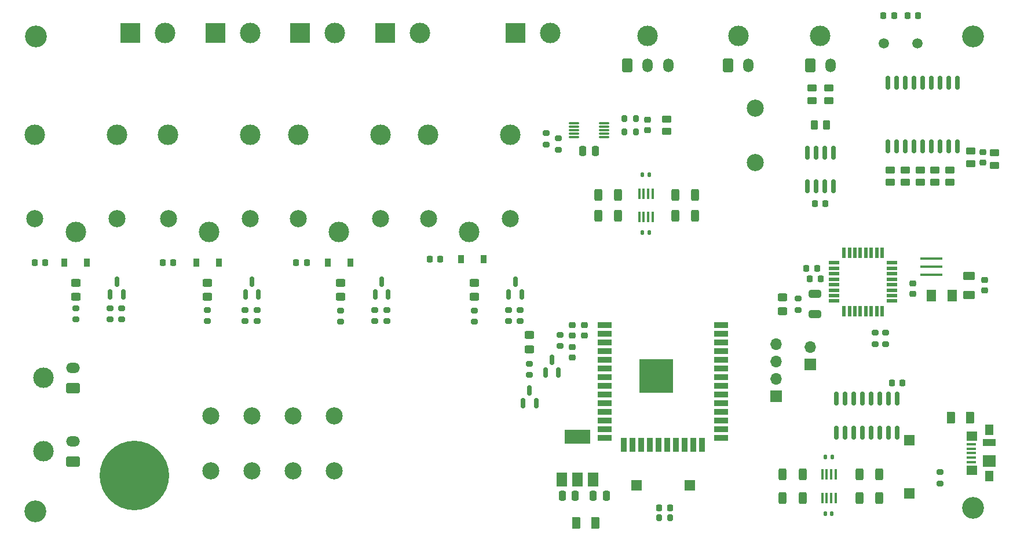
<source format=gbr>
%TF.GenerationSoftware,KiCad,Pcbnew,(6.0.1)*%
%TF.CreationDate,2022-05-13T18:05:17+02:00*%
%TF.ProjectId,RV_main_pcb_ESP32,52565f6d-6169-46e5-9f70-63625f455350,rev?*%
%TF.SameCoordinates,PX3d58588PY82b3790*%
%TF.FileFunction,Soldermask,Top*%
%TF.FilePolarity,Negative*%
%FSLAX46Y46*%
G04 Gerber Fmt 4.6, Leading zero omitted, Abs format (unit mm)*
G04 Created by KiCad (PCBNEW (6.0.1)) date 2022-05-13 18:05:17*
%MOMM*%
%LPD*%
G01*
G04 APERTURE LIST*
G04 Aperture macros list*
%AMRoundRect*
0 Rectangle with rounded corners*
0 $1 Rounding radius*
0 $2 $3 $4 $5 $6 $7 $8 $9 X,Y pos of 4 corners*
0 Add a 4 corners polygon primitive as box body*
4,1,4,$2,$3,$4,$5,$6,$7,$8,$9,$2,$3,0*
0 Add four circle primitives for the rounded corners*
1,1,$1+$1,$2,$3*
1,1,$1+$1,$4,$5*
1,1,$1+$1,$6,$7*
1,1,$1+$1,$8,$9*
0 Add four rect primitives between the rounded corners*
20,1,$1+$1,$2,$3,$4,$5,0*
20,1,$1+$1,$4,$5,$6,$7,0*
20,1,$1+$1,$6,$7,$8,$9,0*
20,1,$1+$1,$8,$9,$2,$3,0*%
G04 Aperture macros list end*
%ADD10C,3.200000*%
%ADD11RoundRect,0.225000X0.225000X0.250000X-0.225000X0.250000X-0.225000X-0.250000X0.225000X-0.250000X0*%
%ADD12RoundRect,0.250000X0.450000X-0.262500X0.450000X0.262500X-0.450000X0.262500X-0.450000X-0.262500X0*%
%ADD13C,2.500000*%
%ADD14RoundRect,0.250001X-0.462499X-0.624999X0.462499X-0.624999X0.462499X0.624999X-0.462499X0.624999X0*%
%ADD15R,0.900000X1.200000*%
%ADD16RoundRect,0.200000X0.275000X-0.200000X0.275000X0.200000X-0.275000X0.200000X-0.275000X-0.200000X0*%
%ADD17RoundRect,0.250000X-0.312500X-0.625000X0.312500X-0.625000X0.312500X0.625000X-0.312500X0.625000X0*%
%ADD18O,1.500000X2.020000*%
%ADD19RoundRect,0.250001X-0.499999X-0.759999X0.499999X-0.759999X0.499999X0.759999X-0.499999X0.759999X0*%
%ADD20C,3.000000*%
%ADD21RoundRect,0.140000X0.140000X0.170000X-0.140000X0.170000X-0.140000X-0.170000X0.140000X-0.170000X0*%
%ADD22RoundRect,0.250000X-0.625000X0.375000X-0.625000X-0.375000X0.625000X-0.375000X0.625000X0.375000X0*%
%ADD23RoundRect,0.250000X-0.450000X0.325000X-0.450000X-0.325000X0.450000X-0.325000X0.450000X0.325000X0*%
%ADD24RoundRect,0.225000X-0.225000X-0.250000X0.225000X-0.250000X0.225000X0.250000X-0.225000X0.250000X0*%
%ADD25RoundRect,0.200000X0.200000X0.275000X-0.200000X0.275000X-0.200000X-0.275000X0.200000X-0.275000X0*%
%ADD26RoundRect,0.150000X-0.150000X0.875000X-0.150000X-0.875000X0.150000X-0.875000X0.150000X0.875000X0*%
%ADD27RoundRect,0.250000X-0.450000X0.262500X-0.450000X-0.262500X0.450000X-0.262500X0.450000X0.262500X0*%
%ADD28RoundRect,0.150000X0.150000X-0.825000X0.150000X0.825000X-0.150000X0.825000X-0.150000X-0.825000X0*%
%ADD29RoundRect,0.250000X-0.250000X-0.475000X0.250000X-0.475000X0.250000X0.475000X-0.250000X0.475000X0*%
%ADD30RoundRect,0.150000X0.150000X-0.587500X0.150000X0.587500X-0.150000X0.587500X-0.150000X-0.587500X0*%
%ADD31RoundRect,0.200000X-0.275000X0.200000X-0.275000X-0.200000X0.275000X-0.200000X0.275000X0.200000X0*%
%ADD32R,1.700000X1.700000*%
%ADD33O,1.700000X1.700000*%
%ADD34R,0.550000X1.600000*%
%ADD35R,1.600000X0.550000*%
%ADD36RoundRect,0.200000X-0.200000X-0.275000X0.200000X-0.275000X0.200000X0.275000X-0.200000X0.275000X0*%
%ADD37R,0.300000X1.600000*%
%ADD38R,3.000000X3.000000*%
%ADD39RoundRect,0.225000X0.250000X-0.225000X0.250000X0.225000X-0.250000X0.225000X-0.250000X-0.225000X0*%
%ADD40RoundRect,0.250000X0.250000X0.475000X-0.250000X0.475000X-0.250000X-0.475000X0.250000X-0.475000X0*%
%ADD41R,1.500000X1.500000*%
%ADD42RoundRect,0.225000X-0.250000X0.225000X-0.250000X-0.225000X0.250000X-0.225000X0.250000X0.225000X0*%
%ADD43RoundRect,0.250000X-0.375000X-0.625000X0.375000X-0.625000X0.375000X0.625000X-0.375000X0.625000X0*%
%ADD44RoundRect,0.075000X-0.650000X-0.075000X0.650000X-0.075000X0.650000X0.075000X-0.650000X0.075000X0*%
%ADD45R,1.380000X0.450000*%
%ADD46R,1.550000X1.425000*%
%ADD47R,1.900000X1.000000*%
%ADD48R,1.300000X1.650000*%
%ADD49R,1.900000X1.800000*%
%ADD50R,2.000000X0.900000*%
%ADD51R,0.900000X2.000000*%
%ADD52R,5.000000X5.000000*%
%ADD53RoundRect,0.250000X0.262500X0.450000X-0.262500X0.450000X-0.262500X-0.450000X0.262500X-0.450000X0*%
%ADD54RoundRect,0.250000X-0.650000X0.325000X-0.650000X-0.325000X0.650000X-0.325000X0.650000X0.325000X0*%
%ADD55C,10.160000*%
%ADD56RoundRect,0.250001X0.759999X-0.499999X0.759999X0.499999X-0.759999X0.499999X-0.759999X-0.499999X0*%
%ADD57O,2.020000X1.500000*%
%ADD58C,1.500000*%
%ADD59RoundRect,0.250000X0.450000X-0.325000X0.450000X0.325000X-0.450000X0.325000X-0.450000X-0.325000X0*%
%ADD60R,3.200000X0.400000*%
%ADD61R,1.500000X2.000000*%
%ADD62R,3.800000X2.000000*%
G04 APERTURE END LIST*
D10*
%TO.C,H7*%
X3925000Y3550000D03*
%TD*%
D11*
%TO.C,C18*%
X130700000Y22300000D03*
X129150000Y22300000D03*
%TD*%
D12*
%TO.C,R17*%
X119925000Y63637500D03*
X119925000Y65462500D03*
%TD*%
D13*
%TO.C,F7*%
X35575000Y17450000D03*
X35575000Y9450000D03*
%TD*%
D14*
%TO.C,D3*%
X137912500Y35100000D03*
X134937500Y35100000D03*
%TD*%
D15*
%TO.C,D4*%
X46675000Y39950000D03*
X49975000Y39950000D03*
%TD*%
D16*
%TO.C,R18*%
X53575000Y31375000D03*
X53575000Y33025000D03*
%TD*%
D12*
%TO.C,R7*%
X96175000Y59137500D03*
X96175000Y60962500D03*
%TD*%
D17*
%TO.C,R35*%
X97462500Y49800000D03*
X100387500Y49800000D03*
%TD*%
D13*
%TO.C,F1*%
X109175000Y62550000D03*
X109175000Y54550000D03*
%TD*%
D18*
%TO.C,J2*%
X96425000Y68830000D03*
X93425000Y68830000D03*
D19*
X90425000Y68830000D03*
D20*
X93425000Y73150000D03*
%TD*%
D21*
%TO.C,C24*%
X93655000Y52800000D03*
X92695000Y52800000D03*
%TD*%
D20*
%TO.C,K1*%
X29325000Y44450000D03*
D13*
X35375000Y46400000D03*
D20*
X35375000Y58600000D03*
X23325000Y58650000D03*
D13*
X23375000Y46400000D03*
%TD*%
D21*
%TO.C,C25*%
X92695000Y44300000D03*
X93655000Y44300000D03*
%TD*%
D16*
%TO.C,R20*%
X74825000Y31375000D03*
X74825000Y33025000D03*
%TD*%
D11*
%TO.C,C28*%
X5350000Y39950000D03*
X3800000Y39950000D03*
%TD*%
D22*
%TO.C,F6*%
X140425000Y38000000D03*
X140425000Y35200000D03*
%TD*%
D23*
%TO.C,D5*%
X68075000Y36975000D03*
X68075000Y34925000D03*
%TD*%
D24*
%TO.C,C13*%
X117150000Y37600000D03*
X118700000Y37600000D03*
%TD*%
D25*
%TO.C,R8*%
X91700000Y61050000D03*
X90050000Y61050000D03*
%TD*%
D26*
%TO.C,U3*%
X138755000Y66250000D03*
X137485000Y66250000D03*
X136215000Y66250000D03*
X134945000Y66250000D03*
X133675000Y66250000D03*
X132405000Y66250000D03*
X131135000Y66250000D03*
X129865000Y66250000D03*
X128595000Y66250000D03*
X128595000Y56950000D03*
X129865000Y56950000D03*
X131135000Y56950000D03*
X132405000Y56950000D03*
X133675000Y56950000D03*
X134945000Y56950000D03*
X136215000Y56950000D03*
X137485000Y56950000D03*
X138755000Y56950000D03*
%TD*%
D20*
%TO.C,J1*%
X106675000Y73150000D03*
D19*
X105175000Y68830000D03*
D18*
X108175000Y68830000D03*
%TD*%
D27*
%TO.C,R6*%
X128925000Y53512500D03*
X128925000Y51687500D03*
%TD*%
D13*
%TO.C,F4*%
X41575000Y17450000D03*
X41575000Y9450000D03*
%TD*%
D28*
%TO.C,U7*%
X120980000Y20025000D03*
X122250000Y20025000D03*
X123520000Y20025000D03*
X124790000Y20025000D03*
X126060000Y20025000D03*
X127330000Y20025000D03*
X128600000Y20025000D03*
X129870000Y20025000D03*
X129870000Y15075000D03*
X128600000Y15075000D03*
X127330000Y15075000D03*
X126060000Y15075000D03*
X124790000Y15075000D03*
X123520000Y15075000D03*
X122250000Y15075000D03*
X120980000Y15075000D03*
%TD*%
D29*
%TO.C,C1*%
X85475000Y5800000D03*
X87375000Y5800000D03*
%TD*%
D12*
%TO.C,R16*%
X117425000Y63637500D03*
X117425000Y65462500D03*
%TD*%
D30*
%TO.C,Q2*%
X53625000Y35262500D03*
X55525000Y35262500D03*
X54575000Y37137500D03*
%TD*%
D11*
%TO.C,C22*%
X96700000Y4045000D03*
X95150000Y4045000D03*
%TD*%
D30*
%TO.C,Q1*%
X75225000Y19357500D03*
X77125000Y19357500D03*
X76175000Y21232500D03*
%TD*%
D13*
%TO.C,F8*%
X29575000Y17450000D03*
X29575000Y9450000D03*
%TD*%
D31*
%TO.C,R19*%
X126675000Y29675000D03*
X126675000Y28025000D03*
%TD*%
D24*
%TO.C,C7*%
X131400000Y76050000D03*
X132950000Y76050000D03*
%TD*%
D32*
%TO.C,JP1*%
X117175000Y25025000D03*
D33*
X117175000Y27565000D03*
%TD*%
D10*
%TO.C,H5*%
X4000000Y73000000D03*
%TD*%
D12*
%TO.C,R3*%
X135437499Y51687500D03*
X135437499Y53512500D03*
%TD*%
D34*
%TO.C,U6*%
X127725000Y32850000D03*
X126925000Y32850000D03*
X126125000Y32850000D03*
X125325000Y32850000D03*
X124525000Y32850000D03*
X123725000Y32850000D03*
X122925000Y32850000D03*
X122125000Y32850000D03*
D35*
X120675000Y34300000D03*
X120675000Y35100000D03*
X120675000Y35900000D03*
X120675000Y36700000D03*
X120675000Y37500000D03*
X120675000Y38300000D03*
X120675000Y39100000D03*
X120675000Y39900000D03*
D34*
X122125000Y41350000D03*
X122925000Y41350000D03*
X123725000Y41350000D03*
X124525000Y41350000D03*
X125325000Y41350000D03*
X126125000Y41350000D03*
X126925000Y41350000D03*
X127725000Y41350000D03*
D35*
X129175000Y39900000D03*
X129175000Y39100000D03*
X129175000Y38300000D03*
X129175000Y37500000D03*
X129175000Y36700000D03*
X129175000Y35900000D03*
X129175000Y35100000D03*
X129175000Y34300000D03*
%TD*%
D32*
%TO.C,J11*%
X112175000Y20400000D03*
D33*
X112175000Y22940000D03*
X112175000Y25480000D03*
X112175000Y28020000D03*
%TD*%
D36*
%TO.C,R9*%
X90050000Y59050000D03*
X91700000Y59050000D03*
%TD*%
D17*
%TO.C,R32*%
X86212500Y46800000D03*
X89137500Y46800000D03*
%TD*%
D13*
%TO.C,F5*%
X47575000Y17450000D03*
X47575000Y9450000D03*
%TD*%
D21*
%TO.C,C26*%
X120405000Y11450000D03*
X119445000Y11450000D03*
%TD*%
D17*
%TO.C,R36*%
X113142500Y5450000D03*
X116067500Y5450000D03*
%TD*%
D11*
%TO.C,C8*%
X129450000Y76050000D03*
X127900000Y76050000D03*
%TD*%
D37*
%TO.C,U9*%
X94150000Y46600000D03*
X93500000Y46600000D03*
X92850000Y46600000D03*
X92200000Y46600000D03*
X92200000Y50000000D03*
X92850000Y50000000D03*
X93500000Y50000000D03*
X94150000Y50000000D03*
%TD*%
D38*
%TO.C,J9*%
X42635000Y73550000D03*
D20*
X47715000Y73550000D03*
%TD*%
D15*
%TO.C,D6*%
X66175000Y40450000D03*
X69475000Y40450000D03*
%TD*%
D17*
%TO.C,R34*%
X97462500Y46800000D03*
X100387500Y46800000D03*
%TD*%
D39*
%TO.C,C5*%
X93425000Y59275000D03*
X93425000Y60825000D03*
%TD*%
D20*
%TO.C,K3*%
X67325000Y44450000D03*
D13*
X73375000Y46400000D03*
D20*
X73375000Y58600000D03*
X61325000Y58650000D03*
D13*
X61375000Y46400000D03*
%TD*%
D16*
%TO.C,R13*%
X48575000Y31280000D03*
X48575000Y32930000D03*
%TD*%
D25*
%TO.C,R28*%
X96750000Y2550000D03*
X95100000Y2550000D03*
%TD*%
D40*
%TO.C,C6*%
X85825000Y56300000D03*
X83925000Y56300000D03*
%TD*%
D12*
%TO.C,R5*%
X131095833Y51687500D03*
X131095833Y53512500D03*
%TD*%
D28*
%TO.C,U5*%
X116770000Y51075000D03*
X118040000Y51075000D03*
X119310000Y51075000D03*
X120580000Y51075000D03*
X120580000Y56025000D03*
X119310000Y56025000D03*
X118040000Y56025000D03*
X116770000Y56025000D03*
%TD*%
D11*
%TO.C,C12*%
X119450000Y48550000D03*
X117900000Y48550000D03*
%TD*%
D16*
%TO.C,R25*%
X136175000Y9275000D03*
X136175000Y7625000D03*
%TD*%
D41*
%TO.C,SW1*%
X131675000Y13950000D03*
X131675000Y6150000D03*
%TD*%
D16*
%TO.C,R40*%
X16575000Y31625000D03*
X16575000Y33275000D03*
%TD*%
%TO.C,R22*%
X68075000Y31280000D03*
X68075000Y32930000D03*
%TD*%
%TO.C,R42*%
X14825000Y31625000D03*
X14825000Y33275000D03*
%TD*%
D11*
%TO.C,C10*%
X43600000Y39950000D03*
X42050000Y39950000D03*
%TD*%
%TO.C,C23*%
X24100000Y39950000D03*
X22550000Y39950000D03*
%TD*%
D39*
%TO.C,C20*%
X82425000Y29270000D03*
X82425000Y30820000D03*
%TD*%
D23*
%TO.C,D2*%
X48575000Y36975000D03*
X48575000Y34925000D03*
%TD*%
%TO.C,D10*%
X9825000Y36975000D03*
X9825000Y34925000D03*
%TD*%
D16*
%TO.C,R23*%
X73075000Y31375000D03*
X73075000Y33025000D03*
%TD*%
%TO.C,R31*%
X34575000Y31375000D03*
X34575000Y33025000D03*
%TD*%
D42*
%TO.C,C15*%
X132175000Y35325000D03*
X132175000Y36875000D03*
%TD*%
D21*
%TO.C,C27*%
X119375000Y3200000D03*
X120335000Y3200000D03*
%TD*%
D39*
%TO.C,C17*%
X142675000Y35825000D03*
X142675000Y37375000D03*
%TD*%
D30*
%TO.C,Q5*%
X34625000Y35262500D03*
X36525000Y35262500D03*
X35575000Y37137500D03*
%TD*%
D11*
%TO.C,C11*%
X63125000Y40450000D03*
X61575000Y40450000D03*
%TD*%
D31*
%TO.C,R21*%
X128175000Y29675000D03*
X128175000Y28025000D03*
%TD*%
D37*
%TO.C,U10*%
X120900000Y5500000D03*
X120250000Y5500000D03*
X119600000Y5500000D03*
X118950000Y5500000D03*
X118950000Y8900000D03*
X119600000Y8900000D03*
X120250000Y8900000D03*
X120900000Y8900000D03*
%TD*%
D38*
%TO.C,J7*%
X55051668Y73550000D03*
D20*
X60131668Y73550000D03*
%TD*%
D43*
%TO.C,F2*%
X140575000Y17250000D03*
X137775000Y17250000D03*
%TD*%
D44*
%TO.C,U4*%
X82675000Y60300000D03*
X82675000Y59800000D03*
X82675000Y59300000D03*
X82675000Y58800000D03*
X82675000Y58300000D03*
X87075000Y58300000D03*
X87075000Y58800000D03*
X87075000Y59300000D03*
X87075000Y59800000D03*
X87075000Y60300000D03*
%TD*%
D12*
%TO.C,R14*%
X140675000Y54437500D03*
X140675000Y56262500D03*
%TD*%
D20*
%TO.C,K2*%
X48325000Y44450000D03*
D13*
X54375000Y46400000D03*
D20*
X54375000Y58600000D03*
X42325000Y58650000D03*
D13*
X42375000Y46400000D03*
%TD*%
D39*
%TO.C,C21*%
X84175000Y29270000D03*
X84175000Y30820000D03*
%TD*%
D38*
%TO.C,J8*%
X17801668Y73550000D03*
D20*
X22881668Y73550000D03*
%TD*%
%TO.C,K4*%
X9825000Y44450000D03*
D13*
X15875000Y46400000D03*
D20*
X15875000Y58600000D03*
X3825000Y58650000D03*
D13*
X3875000Y46400000D03*
%TD*%
D23*
%TO.C,D1*%
X113175000Y34875000D03*
X113175000Y32825000D03*
%TD*%
D42*
%TO.C,C9*%
X142425000Y56125000D03*
X142425000Y54575000D03*
%TD*%
D10*
%TO.C,H8*%
X141000000Y73000000D03*
%TD*%
D31*
%TO.C,R24*%
X115425000Y33025000D03*
X115425000Y34675000D03*
%TD*%
D17*
%TO.C,R39*%
X124392500Y8950000D03*
X127317500Y8950000D03*
%TD*%
D15*
%TO.C,D9*%
X27425000Y39950000D03*
X30725000Y39950000D03*
%TD*%
D16*
%TO.C,R29*%
X36325000Y31375000D03*
X36325000Y33025000D03*
%TD*%
%TO.C,R11*%
X80375000Y56475000D03*
X80375000Y58125000D03*
%TD*%
D42*
%TO.C,C19*%
X82425000Y27570000D03*
X82425000Y26020000D03*
%TD*%
D17*
%TO.C,R33*%
X86212500Y49800000D03*
X89137500Y49800000D03*
%TD*%
D11*
%TO.C,C14*%
X116650000Y39100000D03*
X118200000Y39100000D03*
%TD*%
D45*
%TO.C,J10*%
X140715000Y10750000D03*
X140715000Y11400000D03*
X140715000Y12050000D03*
X140715000Y12700000D03*
X140715000Y13350000D03*
D46*
X140800000Y9562500D03*
D47*
X143375000Y13600000D03*
D46*
X140800000Y14537500D03*
D48*
X143375000Y15425000D03*
X143375000Y8675000D03*
D49*
X143375000Y10900000D03*
%TD*%
D30*
%TO.C,Q6*%
X14875000Y35262500D03*
X16775000Y35262500D03*
X15825000Y37137500D03*
%TD*%
D38*
%TO.C,J6*%
X30218334Y73550000D03*
D20*
X35298334Y73550000D03*
%TD*%
D15*
%TO.C,D11*%
X8175000Y39950000D03*
X11475000Y39950000D03*
%TD*%
D50*
%TO.C,U8*%
X87175000Y30800000D03*
X87175000Y29530000D03*
X87175000Y28260000D03*
X87175000Y26990000D03*
X87175000Y25720000D03*
X87175000Y24450000D03*
X87175000Y23180000D03*
X87175000Y21910000D03*
X87175000Y20640000D03*
X87175000Y19370000D03*
X87175000Y18100000D03*
X87175000Y16830000D03*
X87175000Y15560000D03*
X87175000Y14290000D03*
D51*
X89960000Y13290000D03*
X91230000Y13290000D03*
X92500000Y13290000D03*
X93770000Y13290000D03*
X95040000Y13290000D03*
X96310000Y13290000D03*
X97580000Y13290000D03*
X98850000Y13290000D03*
X100120000Y13290000D03*
X101390000Y13290000D03*
D50*
X104175000Y14290000D03*
X104175000Y15560000D03*
X104175000Y16830000D03*
X104175000Y18100000D03*
X104175000Y19370000D03*
X104175000Y20640000D03*
X104175000Y21910000D03*
X104175000Y23180000D03*
X104175000Y24450000D03*
X104175000Y25720000D03*
X104175000Y26990000D03*
X104175000Y28260000D03*
X104175000Y29530000D03*
X104175000Y30800000D03*
D52*
X94675000Y23300000D03*
%TD*%
D30*
%TO.C,Q3*%
X73125000Y35262500D03*
X75025000Y35262500D03*
X74075000Y37137500D03*
%TD*%
D16*
%TO.C,R12*%
X55325000Y31375000D03*
X55325000Y33025000D03*
%TD*%
D12*
%TO.C,R2*%
X133266666Y51687500D03*
X133266666Y53512500D03*
%TD*%
D16*
%TO.C,R26*%
X76175000Y23470000D03*
X76175000Y25120000D03*
%TD*%
%TO.C,R27*%
X80675000Y27720000D03*
X80675000Y29370000D03*
%TD*%
D53*
%TO.C,R15*%
X119587500Y60050000D03*
X117762500Y60050000D03*
%TD*%
D30*
%TO.C,Q4*%
X78475000Y23857500D03*
X80375000Y23857500D03*
X79425000Y25732500D03*
%TD*%
D12*
%TO.C,R4*%
X137608334Y51687500D03*
X137608334Y53512500D03*
%TD*%
D17*
%TO.C,R37*%
X113142500Y8950000D03*
X116067500Y8950000D03*
%TD*%
D54*
%TO.C,C16*%
X117925000Y32375000D03*
X117925000Y35325000D03*
%TD*%
D31*
%TO.C,R10*%
X78625000Y58875000D03*
X78625000Y57225000D03*
%TD*%
D55*
%TO.C,J5*%
X18425000Y8800000D03*
%TD*%
D16*
%TO.C,R41*%
X9825000Y31625000D03*
X9825000Y33275000D03*
%TD*%
D38*
%TO.C,J4*%
X74135000Y73550000D03*
D20*
X79215000Y73550000D03*
%TD*%
D17*
%TO.C,R38*%
X124392500Y5450000D03*
X127317500Y5450000D03*
%TD*%
D20*
%TO.C,J12*%
X5075000Y23050000D03*
D56*
X9395000Y21550000D03*
D57*
X9395000Y24550000D03*
%TD*%
D41*
%TO.C,SW2*%
X91775000Y7295000D03*
X99575000Y7295000D03*
%TD*%
D58*
%TO.C,Y1*%
X127975000Y72050000D03*
X132855000Y72050000D03*
%TD*%
D59*
%TO.C,D7*%
X76175000Y27270000D03*
X76175000Y29320000D03*
%TD*%
D43*
%TO.C,F3*%
X83025000Y1800000D03*
X85825000Y1800000D03*
%TD*%
D20*
%TO.C,J3*%
X118675000Y73150000D03*
D19*
X117175000Y68830000D03*
D18*
X120175000Y68830000D03*
%TD*%
D10*
%TO.C,H6*%
X141000000Y4000000D03*
%TD*%
D16*
%TO.C,R30*%
X29075000Y31375000D03*
X29075000Y33025000D03*
%TD*%
D20*
%TO.C,J13*%
X5075000Y12300000D03*
D56*
X9395000Y10800000D03*
D57*
X9395000Y13800000D03*
%TD*%
D60*
%TO.C,Y2*%
X134925000Y40550000D03*
X134925000Y39350000D03*
X134925000Y38150000D03*
%TD*%
D23*
%TO.C,D8*%
X29075000Y36975000D03*
X29075000Y34925000D03*
%TD*%
D12*
%TO.C,R1*%
X144175000Y56012500D03*
X144175000Y54187500D03*
%TD*%
D61*
%TO.C,U1*%
X80875000Y8150000D03*
X83175000Y8150000D03*
X85475000Y8150000D03*
D62*
X83175000Y14450000D03*
%TD*%
D29*
%TO.C,C2*%
X80975000Y5800000D03*
X82875000Y5800000D03*
%TD*%
M02*

</source>
